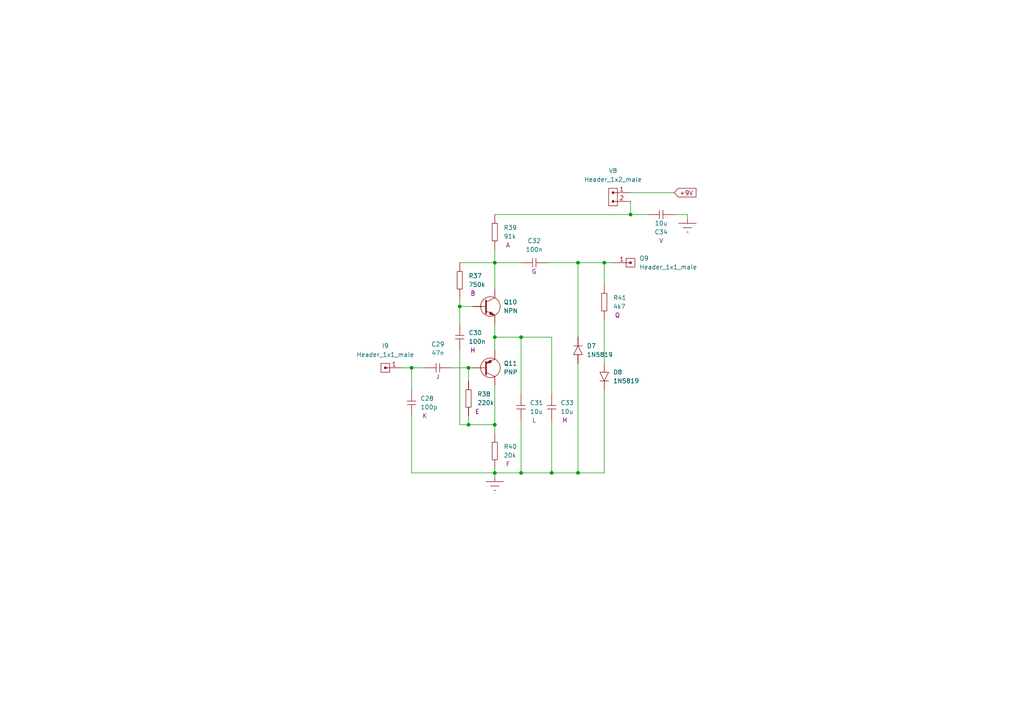
<source format=kicad_sch>
(kicad_sch (version 20211123) (generator eeschema)
  (paper "A4")
  (title_block (title "Harmonic percolator") (date "2024-04-26") (rev "1") (company "https://github.com/dvhx/ultimate-soldering-exercise"))
  (lib_symbols
    (symbol "dvhx-kicad-library:C" (pin_numbers hide) (pin_names hide)
      (property "Reference" "C" (at 2.286 1.016 0))
      (property "Value" "C" (at 2.286 -1.27 0))
      (symbol "C_0_1"
        (polyline (pts (xy 0 -0.508) (xy 0 -1.27)))
        (polyline (pts (xy 0 1.27) (xy 0 0.508)))
        (polyline (pts (xy 1.27 -0.508) (xy -1.27 -0.508)))
        (polyline (pts (xy 1.27 0.508) (xy -1.27 0.508)))
      )
      (symbol "C_1_1"
        (pin passive line (at 0 3.81 270) (length 2.54) (name "1") (number "1"))
        (pin passive line (at 0 -3.81 90) (length 2.54) (name "2") (number "2"))
      )
    )
    (symbol "dvhx-kicad-library:Diode" (pin_numbers hide) (pin_names hide)
      (property "Reference" "D" (at 0 2.54 0))
      (property "Value" "Diode" (at 0 5.08 0))
      (symbol "Diode_0_1"
        (polyline (pts (xy 1.27 1.27) (xy 1.27 -1.27)))
        (polyline (pts (xy 1.27 0) (xy -1.27 1.27) (xy -1.27 -1.27) (xy 1.27 0)))
      )
      (symbol "Diode_1_1"
        (pin passive line (at -3.81 0 0) (length 2.54) (name "A") (number "A"))
        (pin passive line (at 3.81 0 180) (length 2.54) (name "K") (number "K"))
      )
    )
    (symbol "dvhx-kicad-library:GND" (power) (pin_numbers hide) (pin_names hide)
      (symbol "GND_0_1"
        (polyline (pts (xy -2.54 -1.27) (xy 2.54 -1.27)))
        (polyline (pts (xy -1.27 -2.54) (xy 1.27 -2.54)))
        (polyline (pts (xy -0.254 -3.81) (xy 0.254 -3.81)))
      )
      (symbol "GND_1_1"
        (pin power_in line (at 0 0 270) (length 1.27) (name "GND") (number "GND"))
      )
    )
    (symbol "dvhx-kicad-library:Header_1x1_male" (pin_names hide)
      (property "Reference" "J" (at -0.254 2.286 0))
      (property "Value" "Header_1x1_male" (at 0 4.191 0))
      (symbol "Header_1x1_male_0_1"
        (rectangle (start -1.27 1.27) (end 1.27 -1.27))
        (rectangle (start -0.254 0.254) (end 0.254 -0.254) (fill (type outline)))
      )
      (symbol "Header_1x1_male_1_1"
        (pin passive line (at -5.08 0 0) (length 5.08) (name "1") (number "1"))
      )
    )
    (symbol "dvhx-kicad-library:Header_1x2_male" (pin_names hide)
      (property "Reference" "J" (at -0.254 2.286 0))
      (property "Value" "Header_1x2_male" (at 0 4.191 0))
      (symbol "Header_1x2_male_0_1"
        (rectangle (start -1.27 1.27) (end 1.27 -3.81))
        (rectangle (start -0.254 -2.286) (end 0.254 -2.794) (fill (type outline)))
        (rectangle (start -0.254 0.254) (end 0.254 -0.254) (fill (type outline)))
      )
      (symbol "Header_1x2_male_1_1"
        (pin passive line (at -5.08 0 0) (length 5.08) (name "1") (number "1"))
        (pin passive line (at -5.08 -2.54 0) (length 5.08) (name "2") (number "2"))
      )
    )
    (symbol "dvhx-kicad-library:NPN" (pin_numbers hide) (pin_names hide)
      (property "Reference" "Q" (at 2.54 1.016 0))
      (property "Value" "NPN" (at 3.81 -1.016 0))
      (symbol "NPN_0_1"
        (circle (center -1.27 0) (radius 2.8398))
        (polyline (pts (xy -3.81 0) (xy -2.54 0)))
        (polyline (pts (xy -2.54 1.778) (xy -2.54 -2.032)) (stroke (width 0.4)))
        (polyline (pts (xy 0 -2.54) (xy -2.54 -1.27)))
        (polyline (pts (xy 0 2.54) (xy -2.54 1.27)))
        (polyline (pts (xy 0 -2.54) (xy -1.524 -2.286) (xy -1.27 -1.524) (xy 0 -2.54)) (fill (type outline)))
      )
      (symbol "NPN_1_1"
        (pin input line (at -6.35 0 0) (length 2.54) (name "B") (number "B"))
        (pin passive line (at 0 5.08 270) (length 2.54) (name "C") (number "C"))
        (pin passive line (at 0 -5.08 90) (length 2.54) (name "E") (number "E"))
      )
    )
    (symbol "dvhx-kicad-library:PNP" (pin_numbers hide) (pin_names hide)
      (property "Reference" "Q" (at 2.54 1.016 0))
      (property "Value" "PNP" (at 3.81 -1.016 0))
      (symbol "PNP_0_1"
        (circle (center -1.27 0) (radius 2.8398))
        (polyline (pts (xy -3.81 0) (xy -2.54 0)))
        (polyline (pts (xy -2.54 1.778) (xy -2.54 -2.032)) (stroke (width 0.4)))
        (polyline (pts (xy 0 -2.54) (xy -2.54 -1.27)))
        (polyline (pts (xy 0 2.54) (xy -2.54 1.27)))
        (polyline (pts (xy -2.54 1.27) (xy -1.27 2.286) (xy -1.016 1.524) (xy -2.54 1.27)) (fill (type outline)))
      )
      (symbol "PNP_1_1"
        (pin input line (at -6.35 0 0) (length 2.54) (name "B") (number "B"))
        (pin passive line (at 0 -5.08 90) (length 2.54) (name "C") (number "C"))
        (pin passive line (at 0 5.08 270) (length 2.54) (name "E") (number "E"))
      )
    )
    (symbol "dvhx-kicad-library:R" (pin_numbers hide) (pin_names hide)
      (property "Reference" "R" (at 2.032 1.016 0))
      (property "Value" "R" (at 2.032 -1.016 0))
      (symbol "R_0_1"
        (polyline (pts (xy -0.762 2.54) (xy 0.762 2.54) (xy 0.762 -2.54) (xy -0.762 -2.54) (xy -0.762 2.54)))
      )
      (symbol "R_1_1"
        (pin passive line (at 0 5.08 270) (length 2.54) (name "1") (number "1"))
        (pin passive line (at 0 -5.08 90) (length 2.54) (name "2") (number "2"))
      )
    )
  )
  (junction (at 143.51 76.2))
  (junction (at 151.13 137.16))
  (junction (at 135.89 106.68))
  (junction (at 119.38 106.68))
  (junction (at 182.88 62.23))
  (junction (at 167.64 137.16))
  (junction (at 133.35 88.9))
  (junction (at 175.26 76.2))
  (junction (at 160.02 137.16))
  (junction (at 143.51 123.19))
  (junction (at 151.13 97.79))
  (junction (at 143.51 137.16))
  (junction (at 167.64 76.2))
  (junction (at 135.89 123.19))
  (junction (at 143.51 97.79))
  (wire (pts (xy 116.84 106.68) (xy 119.38 106.68)))
  (wire (pts (xy 182.88 62.23) (xy 187.96 62.23)))
  (wire (pts (xy 143.51 93.98) (xy 143.51 97.79)))
  (wire (pts (xy 130.81 106.68) (xy 135.89 106.68)))
  (wire (pts (xy 143.51 111.76) (xy 143.51 123.19)))
  (wire (pts (xy 143.51 123.19) (xy 143.51 125.73)))
  (wire (pts (xy 143.51 123.19) (xy 135.89 123.19)))
  (wire (pts (xy 167.64 76.2) (xy 175.26 76.2)))
  (wire (pts (xy 160.02 114.3) (xy 160.02 97.79)))
  (wire (pts (xy 143.51 135.89) (xy 143.51 137.16)))
  (wire (pts (xy 143.51 137.16) (xy 143.51 138.43)))
  (wire (pts (xy 133.35 88.9) (xy 137.16 88.9)))
  (wire (pts (xy 167.64 76.2) (xy 167.64 97.79)))
  (wire (pts (xy 143.51 137.16) (xy 151.13 137.16)))
  (wire (pts (xy 160.02 121.92) (xy 160.02 137.16)))
  (wire (pts (xy 151.13 114.3) (xy 151.13 97.79)))
  (wire (pts (xy 135.89 123.19) (xy 135.89 120.65)))
  (wire (pts (xy 143.51 76.2) (xy 143.51 83.82)))
  (wire (pts (xy 167.64 137.16) (xy 175.26 137.16)))
  (wire (pts (xy 175.26 92.71) (xy 175.26 105.41)))
  (wire (pts (xy 119.38 120.65) (xy 119.38 137.16)))
  (wire (pts (xy 133.35 101.6) (xy 133.35 123.19)))
  (wire (pts (xy 175.26 76.2) (xy 177.8 76.2)))
  (wire (pts (xy 143.51 76.2) (xy 151.13 76.2)))
  (wire (pts (xy 151.13 121.92) (xy 151.13 137.16)))
  (wire (pts (xy 199.39 62.23) (xy 199.39 63.5)))
  (wire (pts (xy 123.19 106.68) (xy 119.38 106.68)))
  (wire (pts (xy 151.13 97.79) (xy 160.02 97.79)))
  (wire (pts (xy 135.89 106.68) (xy 135.89 110.49)))
  (wire (pts (xy 175.26 82.55) (xy 175.26 76.2)))
  (wire (pts (xy 133.35 88.9) (xy 133.35 93.98)))
  (wire (pts (xy 143.51 62.23) (xy 182.88 62.23)))
  (wire (pts (xy 133.35 86.36) (xy 133.35 88.9)))
  (wire (pts (xy 158.75 76.2) (xy 167.64 76.2)))
  (wire (pts (xy 119.38 106.68) (xy 119.38 113.03)))
  (wire (pts (xy 133.35 123.19) (xy 135.89 123.19)))
  (wire (pts (xy 195.58 62.23) (xy 199.39 62.23)))
  (wire (pts (xy 167.64 105.41) (xy 167.64 137.16)))
  (wire (pts (xy 133.35 76.2) (xy 143.51 76.2)))
  (wire (pts (xy 119.38 137.16) (xy 143.51 137.16)))
  (wire (pts (xy 160.02 137.16) (xy 167.64 137.16)))
  (wire (pts (xy 195.58 55.88) (xy 182.88 55.88)))
  (wire (pts (xy 143.51 97.79) (xy 151.13 97.79)))
  (wire (pts (xy 182.88 62.23) (xy 182.88 58.42)))
  (wire (pts (xy 175.26 113.03) (xy 175.26 137.16)))
  (wire (pts (xy 143.51 97.79) (xy 143.51 101.6)))
  (wire (pts (xy 137.16 106.68) (xy 135.89 106.68)))
  (wire (pts (xy 160.02 137.16) (xy 151.13 137.16)))
  (wire (pts (xy 143.51 72.39) (xy 143.51 76.2)))
  (global_label "+9V" (shape input) (at 195.58 55.88 0) (property "Intersheet References" "${INTERSHEET_REFS}" (effects hide)))
  (symbol (lib_id "dvhx-kicad-library:Header_1x1_male") (at 182.88 76.2 0) (unit 1)
    (property "Reference" "O9" (at 185.42 74.9299 0) (effects (justify left)))
    (property "Value" "Header_1x1_male" (at 185.42 77.4699 0) (effects (justify left)))
    (property "Footprint" "dvhx-kicad-library:Header_1x1_male_upright" (effects hide))
  )
  (symbol (lib_id "dvhx-kicad-library:C") (at 191.77 62.23 270) (unit 1)
    (property "Reference" "C34" (at 191.77 67.31 90))
    (property "Value" "10u" (at 191.77 64.77 90))
    (property "Footprint" "dvhx-kicad-library:Capacitor_0805" (effects hide))
    (property "Field4" "V" (at 191.77 69.85 90))
  )
  (symbol (lib_id "dvhx-kicad-library:Header_1x2_male") (at 177.8 55.88 0) (mirror y) (unit 1)
    (property "Reference" "V8" (at 177.8 49.53 0))
    (property "Value" "Header_1x2_male" (at 177.8 52.07 0))
    (property "Footprint" "dvhx-kicad-library:Header_1x2_male_upright" (effects hide))
  )
  (symbol (lib_id "dvhx-kicad-library:R") (at 135.89 115.57 0) (unit 1)
    (property "Reference" "R38" (at 138.43 114.2999 0) (effects (justify left)))
    (property "Value" "220k" (at 138.43 116.8399 0) (effects (justify left)))
    (property "Footprint" "dvhx-kicad-library:Resistor_0805" (effects hide))
    (property "Field4" "E" (at 138.43 119.38 0))
  )
  (symbol (lib_id "dvhx-kicad-library:C") (at 154.94 76.2 270) (unit 1)
    (property "Reference" "C32" (at 154.94 69.85 90))
    (property "Value" "100n" (at 154.94 72.39 90))
    (property "Footprint" "dvhx-kicad-library:Capacitor_0805" (effects hide))
    (property "Field4" "G" (at 154.94 78.74 90))
  )
  (symbol (lib_id "dvhx-kicad-library:C") (at 127 106.68 90) (unit 1)
    (property "Reference" "C29" (at 127 99.8433 90))
    (property "Value" "47n" (at 127 102.3833 90))
    (property "Footprint" "dvhx-kicad-library:Capacitor_0805" (effects hide))
    (property "Field4" "J" (at 127 109.22 90))
  )
  (symbol (lib_id "dvhx-kicad-library:GND") (at 143.51 138.43 0) (unit 1)
    (property "Reference" "#GND015" (effects hide))
    (property "Value" "GND" (effects hide))
  )
  (symbol (lib_id "dvhx-kicad-library:C") (at 119.38 116.84 0) (unit 1)
    (property "Reference" "C28" (at 121.92 115.5699 0) (effects (justify left)))
    (property "Value" "100p" (at 121.92 118.1099 0) (effects (justify left)))
    (property "Footprint" "dvhx-kicad-library:Capacitor_0805" (effects hide))
    (property "Field4" "K" (at 123.19 120.65 0))
  )
  (symbol (lib_id "dvhx-kicad-library:Diode") (at 167.64 101.6 90) (unit 1)
    (property "Reference" "D7" (at 170.18 100.3299 90) (effects (justify right)))
    (property "Value" "1N5819" (at 170.18 102.8699 90) (effects (justify right)))
    (property "Footprint" "dvhx-kicad-library:Diode_SOD-123" (effects hide))
  )
  (symbol (lib_id "dvhx-kicad-library:R") (at 133.35 81.28 0) (unit 1)
    (property "Reference" "R37" (at 135.89 80.0099 0) (effects (justify left)))
    (property "Value" "750k" (at 135.89 82.5499 0) (effects (justify left)))
    (property "Footprint" "dvhx-kicad-library:Resistor_0805" (effects hide))
    (property "Field4" "B" (at 137.16 85.09 0))
  )
  (symbol (lib_id "dvhx-kicad-library:C") (at 151.13 118.11 180) (unit 1)
    (property "Reference" "C31" (at 153.67 116.8399 0) (effects (justify right)))
    (property "Value" "10u" (at 153.67 119.3799 0) (effects (justify right)))
    (property "Footprint" "dvhx-kicad-library:Capacitor_0805" (effects hide))
    (property "Field4" "L" (at 154.94 121.92 0))
  )
  (symbol (lib_id "dvhx-kicad-library:Diode") (at 175.26 109.22 270) (unit 1)
    (property "Reference" "D8" (at 177.8 107.9499 90) (effects (justify left)))
    (property "Value" "1N5819" (at 177.8 110.4899 90) (effects (justify left)))
    (property "Footprint" "dvhx-kicad-library:Diode_SOD-123" (effects hide))
  )
  (symbol (lib_id "dvhx-kicad-library:GND") (at 199.39 63.5 0) (unit 1)
    (property "Reference" "#GND016" (effects hide))
    (property "Value" "GND" (effects hide))
  )
  (symbol (lib_id "dvhx-kicad-library:PNP") (at 143.51 106.68 0) (unit 1)
    (property "Reference" "Q11" (at 146.05 105.4099 0) (effects (justify left)))
    (property "Value" "PNP" (at 146.05 107.9499 0) (effects (justify left)))
    (property "Footprint" "dvhx-kicad-library:SOT23-BEC" (effects hide))
  )
  (symbol (lib_id "dvhx-kicad-library:R") (at 143.51 67.31 0) (unit 1)
    (property "Reference" "R39" (at 146.05 66.0399 0) (effects (justify left)))
    (property "Value" "91k" (at 146.05 68.5799 0) (effects (justify left)))
    (property "Footprint" "dvhx-kicad-library:Resistor_0805" (effects hide))
    (property "Field4" "A" (at 147.32 71.12 0))
  )
  (symbol (lib_id "dvhx-kicad-library:C") (at 160.02 118.11 180) (unit 1)
    (property "Reference" "C33" (at 162.56 116.8399 0) (effects (justify right)))
    (property "Value" "10u" (at 162.56 119.3799 0) (effects (justify right)))
    (property "Footprint" "dvhx-kicad-library:Capacitor_0805" (effects hide))
    (property "Field4" "M" (at 163.83 121.92 0))
  )
  (symbol (lib_id "dvhx-kicad-library:C") (at 133.35 97.79 180) (unit 1)
    (property "Reference" "C30" (at 135.89 96.5199 0) (effects (justify right)))
    (property "Value" "100n" (at 135.89 99.0599 0) (effects (justify right)))
    (property "Footprint" "dvhx-kicad-library:Capacitor_0805" (effects hide))
    (property "Field4" "H" (at 137.16 101.6 0))
  )
  (symbol (lib_id "dvhx-kicad-library:R") (at 143.51 130.81 0) (unit 1)
    (property "Reference" "R40" (at 146.05 129.5399 0) (effects (justify left)))
    (property "Value" "20k" (at 146.05 132.0799 0) (effects (justify left)))
    (property "Footprint" "dvhx-kicad-library:Resistor_0805" (effects hide))
    (property "Field4" "F" (at 147.32 134.62 0))
  )
  (symbol (lib_id "dvhx-kicad-library:R") (at 175.26 87.63 0) (unit 1)
    (property "Reference" "R41" (at 177.8 86.3599 0) (effects (justify left)))
    (property "Value" "4k7" (at 177.8 88.8999 0) (effects (justify left)))
    (property "Footprint" "dvhx-kicad-library:Resistor_0805" (effects hide))
    (property "Field4" "Q" (at 179.07 91.44 0))
  )
  (symbol (lib_id "dvhx-kicad-library:NPN") (at 143.51 88.9 0) (unit 1)
    (property "Reference" "Q10" (at 146.05 87.6299 0) (effects (justify left)))
    (property "Value" "NPN" (at 146.05 90.1699 0) (effects (justify left)))
    (property "Footprint" "dvhx-kicad-library:SOT23-BEC" (effects hide))
  )
  (symbol (lib_id "dvhx-kicad-library:Header_1x1_male") (at 111.76 106.68 180) (unit 1)
    (property "Reference" "I9" (at 111.76 100.33 0))
    (property "Value" "Header_1x1_male" (at 111.76 102.87 0))
    (property "Footprint" "dvhx-kicad-library:Header_1x1_male_upright" (effects hide))
  )
)
</source>
